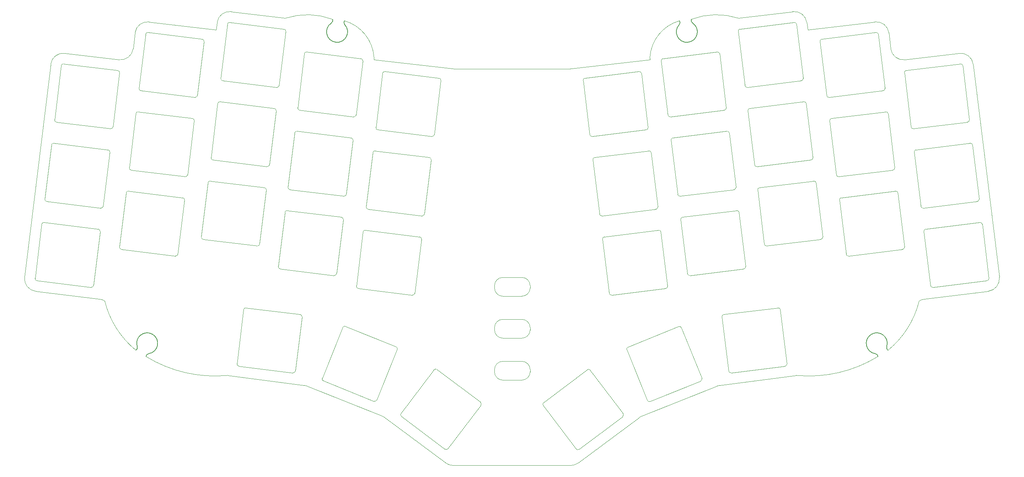
<source format=gbr>
%TF.GenerationSoftware,KiCad,Pcbnew,7.0.10-7.0.10~ubuntu22.04.1*%
%TF.CreationDate,2024-01-12T22:59:23+01:00*%
%TF.ProjectId,plate,706c6174-652e-46b6-9963-61645f706362,rev?*%
%TF.SameCoordinates,Original*%
%TF.FileFunction,Profile,NP*%
%FSLAX46Y46*%
G04 Gerber Fmt 4.6, Leading zero omitted, Abs format (unit mm)*
G04 Created by KiCad (PCBNEW 7.0.10-7.0.10~ubuntu22.04.1) date 2024-01-12 22:59:23*
%MOMM*%
%LPD*%
G01*
G04 APERTURE LIST*
%TA.AperFunction,Profile*%
%ADD10C,0.100000*%
%TD*%
%TA.AperFunction,Profile*%
%ADD11C,0.050000*%
%TD*%
%TA.AperFunction,Profile*%
%ADD12C,0.200000*%
%TD*%
G04 APERTURE END LIST*
D10*
X221123185Y-42529623D02*
X237100040Y-40590481D01*
D11*
X153000000Y-116000000D02*
G75*
G03*
X155000000Y-114000000I0J2000000D01*
G01*
D10*
X181640132Y-134533252D02*
G75*
G03*
X180956646Y-134916012I1111468J-2786348D01*
G01*
X166471674Y-145733320D02*
X180956646Y-134916012D01*
D11*
X153000000Y-106000000D02*
X148500000Y-106000000D01*
D10*
X264151278Y-104799163D02*
G75*
G03*
X266758824Y-101457078I-370278J2977163D01*
G01*
D11*
X146500000Y-114000000D02*
X146500000Y-113500000D01*
D10*
X204596993Y-39712617D02*
X217559507Y-38139333D01*
D12*
X107641182Y-40867625D02*
G75*
G03*
X107938884Y-39986294I-408482J628925D01*
G01*
D11*
X155000000Y-103500000D02*
X155000000Y-104000000D01*
X117804084Y-49081046D02*
G75*
G03*
X110746826Y-40326093I-9712984J-607654D01*
G01*
D12*
X190500700Y-41253032D02*
G75*
G03*
X190579543Y-40326092I-546800J513332D01*
G01*
D10*
X101853456Y-127419354D02*
X119686239Y-134533240D01*
X64226337Y-40590421D02*
G75*
G03*
X60887333Y-43202159I-361437J-2978179D01*
G01*
D11*
X146500000Y-114000000D02*
G75*
G03*
X148500000Y-116000000I2000000J0D01*
G01*
D10*
X244240344Y-49626393D02*
X257204559Y-48083031D01*
X57086020Y-49626439D02*
G75*
G03*
X60418197Y-47013893I354580J2979039D01*
G01*
D11*
X190579543Y-40326091D02*
G75*
G03*
X183522309Y-49081047I2655687J-9362549D01*
G01*
D12*
X107641190Y-40867638D02*
G75*
G03*
X110825700Y-41253003I1361870J-2096492D01*
G01*
D11*
X146500000Y-124000000D02*
X146500000Y-123500000D01*
X148500000Y-101500000D02*
X153000000Y-101500000D01*
D12*
X239928945Y-118002343D02*
G75*
G03*
X240246135Y-118876854I711655J-236657D01*
G01*
D10*
X240908142Y-47013895D02*
G75*
G03*
X244240344Y-49626392I2977558J366495D01*
G01*
X260536911Y-50697005D02*
X266758825Y-101457078D01*
X200197141Y-127230931D02*
X218384538Y-124862780D01*
D12*
X64126608Y-119687872D02*
G75*
G03*
X63486693Y-120363113I107092J-742328D01*
G01*
D11*
X153000000Y-126000000D02*
X148500000Y-126000000D01*
D10*
X220897370Y-40741508D02*
G75*
G03*
X217559507Y-38139334I-2976370J-375992D01*
G01*
D11*
X148500000Y-111500000D02*
X153000000Y-111500000D01*
D10*
X64226330Y-40590481D02*
X80203183Y-42529623D01*
D11*
X155000000Y-123500000D02*
X155000000Y-124000000D01*
X146500000Y-124000000D02*
G75*
G03*
X148500000Y-126000000I2000000J0D01*
G01*
D10*
X260536918Y-50697004D02*
G75*
G03*
X257204559Y-48083031I-2977718J-364996D01*
G01*
X220897318Y-40741515D02*
X221123185Y-42529623D01*
D11*
X155000000Y-103500000D02*
G75*
G03*
X153000000Y-101500000I-2000000J0D01*
G01*
X146500000Y-104000000D02*
G75*
G03*
X148500000Y-106000000I2000000J0D01*
G01*
X148500000Y-121500000D02*
G75*
G03*
X146500000Y-123500000I0J-2000000D01*
G01*
D10*
X164946933Y-51759294D02*
X183573185Y-49579626D01*
X136728120Y-51779627D02*
X164598248Y-51779623D01*
X136379435Y-51759288D02*
G75*
G03*
X136728120Y-51779627I348565J2976588D01*
G01*
D11*
X53659148Y-107122340D02*
G75*
G03*
X61080235Y-118876855I21364012J5268070D01*
G01*
D12*
X61080230Y-118876848D02*
G75*
G03*
X61397431Y-118002342I-394430J637848D01*
G01*
D11*
X240246148Y-118876870D02*
G75*
G03*
X247667222Y-107122339I-13942948J17022570D01*
G01*
D10*
X83766863Y-38139336D02*
G75*
G03*
X80429049Y-40741516I-361333J-2978314D01*
G01*
D11*
X153000000Y-126000000D02*
G75*
G03*
X155000000Y-124000000I0J2000000D01*
G01*
D12*
X193387487Y-39986295D02*
G75*
G03*
X193685181Y-40867634I706213J-252405D01*
G01*
D10*
X34567542Y-101457078D02*
X40789459Y-50697006D01*
X37175092Y-104799146D02*
X52455066Y-106699037D01*
X240439010Y-43202161D02*
G75*
G03*
X237100040Y-40590481I-2977510J-366439D01*
G01*
D11*
X153000000Y-106000000D02*
G75*
G03*
X155000000Y-104000000I0J2000000D01*
G01*
X107938873Y-39986324D02*
G75*
G03*
X96729377Y-39712620I-5992573J-15746476D01*
G01*
D12*
X237839653Y-120363114D02*
G75*
G03*
X237199755Y-119687920I-746953J-67086D01*
G01*
D10*
X53659146Y-107122341D02*
G75*
G03*
X52455066Y-106699038I-1574346J-2554059D01*
G01*
D11*
X155000000Y-113500000D02*
G75*
G03*
X153000000Y-111500000I-2000000J0D01*
G01*
D10*
X248871299Y-106699040D02*
X264151276Y-104799149D01*
X120369722Y-134916014D02*
G75*
G03*
X119686239Y-134533240I-1794622J-2402886D01*
G01*
D11*
X204596986Y-39712639D02*
G75*
G03*
X193387485Y-39986294I-5216986J-16020461D01*
G01*
D10*
X134854694Y-145733319D02*
G75*
G03*
X136649762Y-146329625I1795106J2403819D01*
G01*
D12*
X239928906Y-118002330D02*
G75*
G03*
X237199755Y-119687919I-2372306J788830D01*
G01*
D10*
X117753184Y-49579623D02*
X136379435Y-51759291D01*
X44121811Y-48083032D02*
G75*
G03*
X40789460Y-50697006I-354611J-2978998D01*
G01*
X181640129Y-134533244D02*
X199472915Y-127419356D01*
D11*
X155000000Y-123500000D02*
G75*
G03*
X153000000Y-121500000I-2000000J0D01*
G01*
X148500000Y-121500000D02*
X153000000Y-121500000D01*
D10*
X44121811Y-48083033D02*
X57086026Y-49626391D01*
D12*
X110746865Y-40326118D02*
G75*
G03*
X110825700Y-41253003I625635J-413582D01*
G01*
D10*
X200197140Y-127230924D02*
G75*
G03*
X199472915Y-127419356I387260J-2974376D01*
G01*
D12*
X190500668Y-41253002D02*
G75*
G03*
X193685181Y-40867636I1822642J-1711128D01*
G01*
D10*
X83766863Y-38139334D02*
X96729376Y-39712620D01*
X101853457Y-127419352D02*
G75*
G03*
X101129229Y-127230935I-1111657J-2786848D01*
G01*
X164676607Y-146329626D02*
G75*
G03*
X166471674Y-145733319I-7J3000026D01*
G01*
D12*
X64126609Y-119687878D02*
G75*
G03*
X61397431Y-118002342I-356909J2474378D01*
G01*
D10*
X248871301Y-106699060D02*
G75*
G03*
X247667221Y-107122340I369999J-2976740D01*
G01*
X183573185Y-49579626D02*
X183522309Y-49081047D01*
X136649762Y-146329625D02*
X164676607Y-146329623D01*
D11*
X155000000Y-113500000D02*
X155000000Y-114000000D01*
D10*
X117804060Y-49081047D02*
X117753184Y-49579623D01*
X240439034Y-43202158D02*
X240908172Y-47013891D01*
D11*
X148500000Y-111500000D02*
G75*
G03*
X146500000Y-113500000I0J-2000000D01*
G01*
D10*
X80203183Y-42529623D02*
X80429048Y-40741516D01*
D11*
X148500000Y-101500000D02*
G75*
G03*
X146500000Y-103500000I0J-2000000D01*
G01*
D10*
X164598248Y-51779623D02*
G75*
G03*
X164946933Y-51759293I52J2999523D01*
G01*
X82941832Y-124862781D02*
X101129229Y-127230934D01*
X60418198Y-47013893D02*
X60887332Y-43202159D01*
X120369722Y-134916015D02*
X134854696Y-145733316D01*
D11*
X146500000Y-104000000D02*
X146500000Y-103500000D01*
X153000000Y-116000000D02*
X148500000Y-116000000D01*
X63486697Y-120363109D02*
G75*
G03*
X82941832Y-124862780I16423403J26700809D01*
G01*
X218384539Y-124862765D02*
G75*
G03*
X237839676Y-120363112I3031761J31200465D01*
G01*
D10*
X34567589Y-101457084D02*
G75*
G03*
X37175092Y-104799145I2977811J-364916D01*
G01*
D11*
%TO.C,MX19*%
X240255103Y-62450106D02*
X241839405Y-75353206D01*
X241404066Y-75910413D02*
X228500966Y-77494715D01*
X226794796Y-63599069D02*
X239697896Y-62014767D01*
X227943759Y-77059376D02*
X226359457Y-64156276D01*
X241401187Y-75909642D02*
G75*
G03*
X241836524Y-75352435I-60936J496273D01*
G01*
X240255102Y-62450106D02*
G75*
G03*
X239697896Y-62014768I-496273J-60935D01*
G01*
X227943760Y-77059376D02*
G75*
G03*
X228500966Y-77494714I496272J60934D01*
G01*
X226794796Y-63599070D02*
G75*
G03*
X226359458Y-64156276I60934J-496272D01*
G01*
%TO.C,MX17*%
X202441475Y-67093034D02*
X204025777Y-79996134D01*
X203590438Y-80553341D02*
X190687338Y-82137643D01*
X188981168Y-68241997D02*
X201884268Y-66657695D01*
X190130131Y-81702304D02*
X188545829Y-68799204D01*
X203587559Y-80552570D02*
G75*
G03*
X204022896Y-79995363I-60936J496273D01*
G01*
X202441474Y-67093034D02*
G75*
G03*
X201884268Y-66657696I-496273J-60935D01*
G01*
X190130132Y-81702304D02*
G75*
G03*
X190687338Y-82137642I496272J60934D01*
G01*
X188981168Y-68241998D02*
G75*
G03*
X188545830Y-68799204I60934J-496272D01*
G01*
%TO.C,MX11*%
X54867132Y-71636203D02*
X53282830Y-84539303D01*
X52725623Y-84974642D02*
X39822523Y-83390340D01*
X41528693Y-69494694D02*
X54431793Y-71078996D01*
X39387184Y-82833133D02*
X40971486Y-69930033D01*
X52723015Y-84973197D02*
G75*
G03*
X53280223Y-84537859I60934J496274D01*
G01*
X54867131Y-71636203D02*
G75*
G03*
X54431793Y-71078997I-496273J60933D01*
G01*
X39387185Y-82833133D02*
G75*
G03*
X39822523Y-83390339I496272J-60934D01*
G01*
X41528693Y-69494695D02*
G75*
G03*
X40971487Y-69930033I-60934J-496272D01*
G01*
%TO.C,MX4*%
X115112495Y-49892391D02*
X113528193Y-62795491D01*
X112970986Y-63230830D02*
X100067886Y-61646528D01*
X101774056Y-47750882D02*
X114677156Y-49335184D01*
X99632547Y-61089321D02*
X101216849Y-48186221D01*
X112968378Y-63229385D02*
G75*
G03*
X113525586Y-62794047I60934J496274D01*
G01*
X115112494Y-49892391D02*
G75*
G03*
X114677156Y-49335185I-496273J60933D01*
G01*
X99632548Y-61089321D02*
G75*
G03*
X100067886Y-61646527I496272J-60934D01*
G01*
X101774056Y-47750883D02*
G75*
G03*
X101216850Y-48186221I-60934J-496272D01*
G01*
%TO.C,MX27*%
X204762941Y-85999848D02*
X206347243Y-98902948D01*
X205911904Y-99460155D02*
X193008804Y-101044457D01*
X191302634Y-87148811D02*
X204205734Y-85564509D01*
X192451597Y-100609118D02*
X190867295Y-87706018D01*
X205909025Y-99459384D02*
G75*
G03*
X206344362Y-98902177I-60936J496273D01*
G01*
X204762940Y-85999848D02*
G75*
G03*
X204205734Y-85564510I-496273J-60935D01*
G01*
X192451598Y-100609118D02*
G75*
G03*
X193008804Y-101044456I496272J60934D01*
G01*
X191302634Y-87148812D02*
G75*
G03*
X190867296Y-87706018I60934J-496272D01*
G01*
%TO.C,MX13*%
X94463097Y-61763148D02*
X92878795Y-74666248D01*
X92321588Y-75101587D02*
X79418488Y-73517285D01*
X81124658Y-59621639D02*
X94027758Y-61205941D01*
X78983149Y-72960078D02*
X80567451Y-60056978D01*
X92318980Y-75100142D02*
G75*
G03*
X92876188Y-74664804I60934J496274D01*
G01*
X94463096Y-61763148D02*
G75*
G03*
X94027758Y-61205942I-496273J60933D01*
G01*
X78983150Y-72960078D02*
G75*
G03*
X79418488Y-73517284I496272J-60934D01*
G01*
X81124658Y-59621640D02*
G75*
G03*
X80567452Y-60056978I-60934J-496272D01*
G01*
%TO.C,MX24*%
X110469564Y-87706018D02*
X108885262Y-100609118D01*
X108328055Y-101044457D02*
X95424955Y-99460155D01*
X97131125Y-85564509D02*
X110034225Y-87148811D01*
X94989616Y-98902948D02*
X96573918Y-85999848D01*
X108325447Y-101043012D02*
G75*
G03*
X108882655Y-100607674I60934J496274D01*
G01*
X110469563Y-87706018D02*
G75*
G03*
X110034225Y-87148812I-496273J60933D01*
G01*
X94989617Y-98902948D02*
G75*
G03*
X95424955Y-99460154I496272J-60934D01*
G01*
X97131125Y-85564510D02*
G75*
G03*
X96573919Y-85999848I-60934J-496272D01*
G01*
%TO.C,MX34*%
X169296697Y-123589454D02*
X177120292Y-133971716D01*
X177021882Y-134671941D02*
X166639620Y-142495536D01*
X158214210Y-131314639D02*
X168596472Y-123491044D01*
X165939395Y-142397126D02*
X158115800Y-132014864D01*
X177019002Y-134672712D02*
G75*
G03*
X177117412Y-133972488I-300908J399317D01*
G01*
X169296696Y-123589455D02*
G75*
G03*
X168596472Y-123491045I-399317J-300908D01*
G01*
X165939396Y-142397125D02*
G75*
G03*
X166639619Y-142495535I399317J300907D01*
G01*
X158214211Y-131314640D02*
G75*
G03*
X158115801Y-132014863I300907J-399317D01*
G01*
%TO.C,MX32*%
X123313160Y-118701592D02*
X118443274Y-130754982D01*
X117792379Y-131031271D02*
X105738989Y-126161385D01*
X110983481Y-113180811D02*
X123036871Y-118050697D01*
X105462700Y-125510490D02*
X110332586Y-113457100D01*
X117790235Y-131029199D02*
G75*
G03*
X118441128Y-130752912I187302J463592D01*
G01*
X123313159Y-118701592D02*
G75*
G03*
X123036871Y-118050697I-463592J187303D01*
G01*
X105462701Y-125510490D02*
G75*
G03*
X105738989Y-126161384I463591J-187303D01*
G01*
X110983481Y-113180812D02*
G75*
G03*
X110332587Y-113457100I-187303J-463591D01*
G01*
%TO.C,MX35*%
X191024389Y-113507243D02*
X195894275Y-125560633D01*
X195617986Y-126211528D02*
X183564596Y-131081414D01*
X178320104Y-118100840D02*
X190373494Y-113230954D01*
X182913701Y-130805125D02*
X178043815Y-118751735D01*
X195615005Y-126211528D02*
G75*
G03*
X195891294Y-125560634I-187304J463592D01*
G01*
X191024389Y-113507243D02*
G75*
G03*
X190373494Y-113230955I-463592J-187304D01*
G01*
X182913702Y-130805125D02*
G75*
G03*
X183564596Y-131081413I463591J187303D01*
G01*
X178320104Y-118100841D02*
G75*
G03*
X178043816Y-118751735I187303J-463591D01*
G01*
%TO.C,MX29*%
X242576568Y-81356921D02*
X244160870Y-94260021D01*
X243725531Y-94817228D02*
X230822431Y-96401530D01*
X229116261Y-82505884D02*
X242019361Y-80921582D01*
X230265224Y-95966191D02*
X228680922Y-83063091D01*
X243722652Y-94816457D02*
G75*
G03*
X244157989Y-94259250I-60936J496273D01*
G01*
X242576567Y-81356921D02*
G75*
G03*
X242019361Y-80921583I-496273J-60935D01*
G01*
X230265225Y-95966191D02*
G75*
G03*
X230822431Y-96401529I496272J60934D01*
G01*
X229116261Y-82505885D02*
G75*
G03*
X228680923Y-83063091I60934J-496272D01*
G01*
%TO.C,MX20*%
X260365375Y-69930033D02*
X261949677Y-82833133D01*
X261514338Y-83390340D02*
X248611238Y-84974642D01*
X246905068Y-71078996D02*
X259808168Y-69494694D01*
X248054031Y-84539303D02*
X246469729Y-71636203D01*
X261511459Y-83389569D02*
G75*
G03*
X261946796Y-82832362I-60936J496273D01*
G01*
X260365374Y-69930033D02*
G75*
G03*
X259808168Y-69494695I-496273J-60935D01*
G01*
X248054032Y-84539303D02*
G75*
G03*
X248611238Y-84974641I496272J60934D01*
G01*
X246905068Y-71078997D02*
G75*
G03*
X246469730Y-71636203I60934J-496272D01*
G01*
%TO.C,MX5*%
X133729869Y-54571154D02*
X132145567Y-67474254D01*
X131588360Y-67909593D02*
X118685260Y-66325291D01*
X120391430Y-52429645D02*
X133294530Y-54013947D01*
X118249921Y-65768084D02*
X119834223Y-52864984D01*
X131585752Y-67908148D02*
G75*
G03*
X132142960Y-67472810I60934J496274D01*
G01*
X133729868Y-54571154D02*
G75*
G03*
X133294530Y-54013948I-496273J60933D01*
G01*
X118249922Y-65768084D02*
G75*
G03*
X118685260Y-66325290I496272J-60934D01*
G01*
X120391430Y-52429646D02*
G75*
G03*
X119834224Y-52864984I-60934J-496272D01*
G01*
%TO.C,MX14*%
X112791029Y-68799204D02*
X111206727Y-81702304D01*
X110649520Y-82137643D02*
X97746420Y-80553341D01*
X99452590Y-66657695D02*
X112355690Y-68241997D01*
X97311081Y-79996134D02*
X98895383Y-67093034D01*
X110646912Y-82136198D02*
G75*
G03*
X111204120Y-81700860I60934J496274D01*
G01*
X112791028Y-68799204D02*
G75*
G03*
X112355690Y-68241998I-496273J60933D01*
G01*
X97311082Y-79996134D02*
G75*
G03*
X97746420Y-80553340I496272J-60934D01*
G01*
X99452590Y-66657696D02*
G75*
G03*
X98895384Y-67093034I-60934J-496272D01*
G01*
%TO.C,MX28*%
X223090870Y-78963794D02*
X224675172Y-91866894D01*
X224239833Y-92424101D02*
X211336733Y-94008403D01*
X209630563Y-80112757D02*
X222533663Y-78528455D01*
X210779526Y-93573064D02*
X209195224Y-80669964D01*
X224236954Y-92423330D02*
G75*
G03*
X224672291Y-91866123I-60936J496273D01*
G01*
X223090869Y-78963794D02*
G75*
G03*
X222533663Y-78528456I-496273J-60935D01*
G01*
X210779527Y-93573064D02*
G75*
G03*
X211336733Y-94008402I496272J60934D01*
G01*
X209630563Y-80112758D02*
G75*
G03*
X209195225Y-80669964I60934J-496272D01*
G01*
%TO.C,MX23*%
X92141633Y-80669960D02*
X90557331Y-93573060D01*
X90000124Y-94008399D02*
X77097024Y-92424097D01*
X78803194Y-78528451D02*
X91706294Y-80112753D01*
X76661685Y-91866890D02*
X78245987Y-78963790D01*
X89997516Y-94006954D02*
G75*
G03*
X90554724Y-93571616I60934J496274D01*
G01*
X92141632Y-80669960D02*
G75*
G03*
X91706294Y-80112754I-496273J60933D01*
G01*
X76661686Y-91866890D02*
G75*
G03*
X77097024Y-92424096I496272J-60934D01*
G01*
X78803194Y-78528452D02*
G75*
G03*
X78245988Y-78963790I-60934J-496272D01*
G01*
%TO.C,MX7*%
X200120011Y-48186221D02*
X201704313Y-61089321D01*
X201268974Y-61646528D02*
X188365874Y-63230830D01*
X186659704Y-49335184D02*
X199562804Y-47750882D01*
X187808667Y-62795491D02*
X186224365Y-49892391D01*
X201266095Y-61645757D02*
G75*
G03*
X201701432Y-61088550I-60936J496273D01*
G01*
X200120010Y-48186221D02*
G75*
G03*
X199562804Y-47750883I-496273J-60935D01*
G01*
X187808668Y-62795491D02*
G75*
G03*
X188365874Y-63230829I496272J60934D01*
G01*
X186659704Y-49335185D02*
G75*
G03*
X186224366Y-49892391I60934J-496272D01*
G01*
%TO.C,MX15*%
X131408406Y-73477967D02*
X129824104Y-86381067D01*
X129266897Y-86816406D02*
X116363797Y-85232104D01*
X118069967Y-71336458D02*
X130973067Y-72920760D01*
X115928458Y-84674897D02*
X117512760Y-71771797D01*
X129264289Y-86814961D02*
G75*
G03*
X129821497Y-86379623I60934J496274D01*
G01*
X131408405Y-73477967D02*
G75*
G03*
X130973067Y-72920761I-496273J60933D01*
G01*
X115928459Y-84674897D02*
G75*
G03*
X116363797Y-85232103I496272J-60934D01*
G01*
X118069967Y-71336459D02*
G75*
G03*
X117512761Y-71771797I-60934J-496272D01*
G01*
%TO.C,MX26*%
X186145566Y-90678611D02*
X187729868Y-103581711D01*
X187294529Y-104138918D02*
X174391429Y-105723220D01*
X172685259Y-91827574D02*
X185588359Y-90243272D01*
X173834222Y-105287881D02*
X172249920Y-92384781D01*
X187291650Y-104138147D02*
G75*
G03*
X187726987Y-103580940I-60936J496273D01*
G01*
X186145565Y-90678611D02*
G75*
G03*
X185588359Y-90243273I-496273J-60935D01*
G01*
X173834223Y-105287881D02*
G75*
G03*
X174391429Y-105723219I496272J60934D01*
G01*
X172685259Y-91827575D02*
G75*
G03*
X172249921Y-92384781I60934J-496272D01*
G01*
%TO.C,MX2*%
X77298871Y-45249463D02*
X75714569Y-58152563D01*
X75157362Y-58587902D02*
X62254262Y-57003600D01*
X63960432Y-43107954D02*
X76863532Y-44692256D01*
X61818923Y-56446393D02*
X63403225Y-43543293D01*
X75154754Y-58586457D02*
G75*
G03*
X75711962Y-58151119I60934J496274D01*
G01*
X77298870Y-45249463D02*
G75*
G03*
X76863532Y-44692257I-496273J60933D01*
G01*
X61818924Y-56446393D02*
G75*
G03*
X62254262Y-57003599I496272J-60934D01*
G01*
X63960432Y-43107955D02*
G75*
G03*
X63403226Y-43543293I-60934J-496272D01*
G01*
%TO.C,MX6*%
X181502635Y-52864985D02*
X183086937Y-65768085D01*
X182651598Y-66325292D02*
X169748498Y-67909594D01*
X168042328Y-54013948D02*
X180945428Y-52429646D01*
X169191291Y-67474255D02*
X167606989Y-54571155D01*
X182648719Y-66324521D02*
G75*
G03*
X183084056Y-65767314I-60936J496273D01*
G01*
X181502634Y-52864985D02*
G75*
G03*
X180945428Y-52429647I-496273J-60935D01*
G01*
X169191292Y-67474255D02*
G75*
G03*
X169748498Y-67909593I496272J60934D01*
G01*
X168042328Y-54013949D02*
G75*
G03*
X167606990Y-54571155I60934J-496272D01*
G01*
%TO.C,MX1*%
X57188597Y-52729390D02*
X55604295Y-65632490D01*
X55047088Y-66067829D02*
X42143988Y-64483527D01*
X43850158Y-50587881D02*
X56753258Y-52172183D01*
X41708649Y-63926320D02*
X43292951Y-51023220D01*
X55044480Y-66066384D02*
G75*
G03*
X55601688Y-65631046I60934J496274D01*
G01*
X57188596Y-52729390D02*
G75*
G03*
X56753258Y-52172184I-496273J60933D01*
G01*
X41708650Y-63926320D02*
G75*
G03*
X42143988Y-64483526I496272J-60934D01*
G01*
X43850158Y-50587882D02*
G75*
G03*
X43292952Y-51023220I-60934J-496272D01*
G01*
%TO.C,MX18*%
X220769408Y-60056977D02*
X222353710Y-72960077D01*
X221918371Y-73517284D02*
X209015271Y-75101586D01*
X207309101Y-61205940D02*
X220212201Y-59621638D01*
X208458064Y-74666247D02*
X206873762Y-61763147D01*
X221915492Y-73516513D02*
G75*
G03*
X222350829Y-72959306I-60936J496273D01*
G01*
X220769407Y-60056977D02*
G75*
G03*
X220212201Y-59621639I-496273J-60935D01*
G01*
X208458065Y-74666247D02*
G75*
G03*
X209015271Y-75101585I496272J60934D01*
G01*
X207309101Y-61205941D02*
G75*
G03*
X206873763Y-61763147I60934J-496272D01*
G01*
%TO.C,MX21*%
X52545665Y-90543016D02*
X50961363Y-103446116D01*
X50404156Y-103881455D02*
X37501056Y-102297153D01*
X39207226Y-88401507D02*
X52110326Y-89985809D01*
X37065717Y-101739946D02*
X38650019Y-88836846D01*
X50401548Y-103880010D02*
G75*
G03*
X50958756Y-103444672I60934J496274D01*
G01*
X52545664Y-90543016D02*
G75*
G03*
X52110326Y-89985810I-496273J60933D01*
G01*
X37065718Y-101739946D02*
G75*
G03*
X37501056Y-102297152I496272J-60934D01*
G01*
X39207226Y-88401508D02*
G75*
G03*
X38650020Y-88836846I-60934J-496272D01*
G01*
%TO.C,MX8*%
X218447945Y-41150163D02*
X220032247Y-54053263D01*
X219596908Y-54610470D02*
X206693808Y-56194772D01*
X204987638Y-42299126D02*
X217890738Y-40714824D01*
X206136601Y-55759433D02*
X204552299Y-42856333D01*
X219594029Y-54609699D02*
G75*
G03*
X220029366Y-54052492I-60936J496273D01*
G01*
X218447944Y-41150163D02*
G75*
G03*
X217890738Y-40714825I-496273J-60935D01*
G01*
X206136602Y-55759433D02*
G75*
G03*
X206693808Y-56194771I496272J60934D01*
G01*
X204987638Y-42299127D02*
G75*
G03*
X204552300Y-42856333I60934J-496272D01*
G01*
%TO.C,MX16*%
X183824100Y-71771798D02*
X185408402Y-84674898D01*
X184973063Y-85232105D02*
X172069963Y-86816407D01*
X170363793Y-72920761D02*
X183266893Y-71336459D01*
X171512756Y-86381068D02*
X169928454Y-73477968D01*
X184970184Y-85231334D02*
G75*
G03*
X185405521Y-84674127I-60936J496273D01*
G01*
X183824099Y-71771798D02*
G75*
G03*
X183266893Y-71336460I-496273J-60935D01*
G01*
X171512757Y-86381068D02*
G75*
G03*
X172069963Y-86816406I496272J60934D01*
G01*
X170363793Y-72920762D02*
G75*
G03*
X169928455Y-73477968I60934J-496272D01*
G01*
%TO.C,MX31*%
X100644210Y-110900187D02*
X99059908Y-123803287D01*
X98502701Y-124238626D02*
X85599601Y-122654324D01*
X87305771Y-108758678D02*
X100208871Y-110342980D01*
X85164262Y-122097117D02*
X86748564Y-109194017D01*
X98500093Y-124237181D02*
G75*
G03*
X99057301Y-123801843I60934J496274D01*
G01*
X100644209Y-110900187D02*
G75*
G03*
X100208871Y-110342981I-496273J60933D01*
G01*
X85164263Y-122097117D02*
G75*
G03*
X85599601Y-122654323I496272J-60934D01*
G01*
X87305771Y-108758679D02*
G75*
G03*
X86748565Y-109194017I-60934J-496272D01*
G01*
%TO.C,MX30*%
X262686839Y-88836847D02*
X264271141Y-101739947D01*
X263835802Y-102297154D02*
X250932702Y-103881456D01*
X249226532Y-89985810D02*
X262129632Y-88401508D01*
X250375495Y-103446117D02*
X248791193Y-90543017D01*
X263832923Y-102296383D02*
G75*
G03*
X264268260Y-101739176I-60936J496273D01*
G01*
X262686838Y-88836847D02*
G75*
G03*
X262129632Y-88401509I-496273J-60935D01*
G01*
X250375496Y-103446117D02*
G75*
G03*
X250932702Y-103881455I496272J60934D01*
G01*
X249226532Y-89985811D02*
G75*
G03*
X248791194Y-90543017I60934J-496272D01*
G01*
%TO.C,MX10*%
X258043911Y-51023220D02*
X259628213Y-63926320D01*
X259192874Y-64483527D02*
X246289774Y-66067829D01*
X244583604Y-52172183D02*
X257486704Y-50587881D01*
X245732567Y-65632490D02*
X244148265Y-52729390D01*
X259189995Y-64482756D02*
G75*
G03*
X259625332Y-63925549I-60936J496273D01*
G01*
X258043910Y-51023220D02*
G75*
G03*
X257486704Y-50587882I-496273J-60935D01*
G01*
X245732568Y-65632490D02*
G75*
G03*
X246289774Y-66067828I496272J60934D01*
G01*
X244583604Y-52172184D02*
G75*
G03*
X244148266Y-52729390I60934J-496272D01*
G01*
%TO.C,MX9*%
X237933637Y-43543293D02*
X239517939Y-56446393D01*
X239082600Y-57003600D02*
X226179500Y-58587902D01*
X224473330Y-44692256D02*
X237376430Y-43107954D01*
X225622293Y-58152563D02*
X224037991Y-45249463D01*
X239079721Y-57002829D02*
G75*
G03*
X239515058Y-56445622I-60936J496273D01*
G01*
X237933636Y-43543293D02*
G75*
G03*
X237376430Y-43107955I-496273J-60935D01*
G01*
X225622294Y-58152563D02*
G75*
G03*
X226179500Y-58587901I496272J60934D01*
G01*
X224473330Y-44692257D02*
G75*
G03*
X224037992Y-45249463I60934J-496272D01*
G01*
%TO.C,MX33*%
X143240901Y-131965022D02*
X135417306Y-142347284D01*
X134717081Y-142445694D02*
X124334819Y-134622099D01*
X132760229Y-123441202D02*
X143142491Y-131264797D01*
X124236409Y-133921874D02*
X132060004Y-123539612D01*
X134715545Y-142443140D02*
G75*
G03*
X135415770Y-142344729I300907J399320D01*
G01*
X143240901Y-131965022D02*
G75*
G03*
X143142491Y-131264797I-399319J300907D01*
G01*
X124236409Y-133921874D02*
G75*
G03*
X124334819Y-134622099I399318J-300907D01*
G01*
X132760229Y-123441202D02*
G75*
G03*
X132060004Y-123539612I-300907J-399318D01*
G01*
%TO.C,MX36*%
X214588298Y-109194017D02*
X216172600Y-122097117D01*
X215737261Y-122654324D02*
X202834161Y-124238626D01*
X201127991Y-110342980D02*
X214031091Y-108758678D01*
X202276954Y-123803287D02*
X200692652Y-110900187D01*
X215734382Y-122653553D02*
G75*
G03*
X216169719Y-122096346I-60936J496273D01*
G01*
X214588297Y-109194017D02*
G75*
G03*
X214031091Y-108758679I-496273J-60935D01*
G01*
X202276955Y-123803287D02*
G75*
G03*
X202834161Y-124238625I496272J60934D01*
G01*
X201127991Y-110342981D02*
G75*
G03*
X200692653Y-110900187I60934J-496272D01*
G01*
%TO.C,MX12*%
X74977404Y-64156277D02*
X73393102Y-77059377D01*
X72835895Y-77494716D02*
X59932795Y-75910414D01*
X61638965Y-62014768D02*
X74542065Y-63599070D01*
X59497456Y-75353207D02*
X61081758Y-62450107D01*
X72833287Y-77493271D02*
G75*
G03*
X73390495Y-77057933I60934J496274D01*
G01*
X74977403Y-64156277D02*
G75*
G03*
X74542065Y-63599071I-496273J60933D01*
G01*
X59497457Y-75353207D02*
G75*
G03*
X59932795Y-75910413I496272J-60934D01*
G01*
X61638965Y-62014769D02*
G75*
G03*
X61081759Y-62450107I-60934J-496272D01*
G01*
%TO.C,MX25*%
X129086938Y-92384780D02*
X127502636Y-105287880D01*
X126945429Y-105723219D02*
X114042329Y-104138917D01*
X115748499Y-90243271D02*
X128651599Y-91827573D01*
X113606990Y-103581710D02*
X115191292Y-90678610D01*
X126942821Y-105721774D02*
G75*
G03*
X127500029Y-105286436I60934J496274D01*
G01*
X129086937Y-92384780D02*
G75*
G03*
X128651599Y-91827574I-496273J60933D01*
G01*
X113606991Y-103581710D02*
G75*
G03*
X114042329Y-104138916I496272J-60934D01*
G01*
X115748499Y-90243272D02*
G75*
G03*
X115191293Y-90678610I-60934J-496272D01*
G01*
%TO.C,MX22*%
X72655940Y-83063089D02*
X71071638Y-95966189D01*
X70514431Y-96401528D02*
X57611331Y-94817226D01*
X59317501Y-80921580D02*
X72220601Y-82505882D01*
X57175992Y-94260019D02*
X58760294Y-81356919D01*
X70511823Y-96400083D02*
G75*
G03*
X71069031Y-95964745I60934J496274D01*
G01*
X72655939Y-83063089D02*
G75*
G03*
X72220601Y-82505883I-496273J60933D01*
G01*
X57175993Y-94260019D02*
G75*
G03*
X57611331Y-94817225I496272J-60934D01*
G01*
X59317501Y-80921581D02*
G75*
G03*
X58760295Y-81356919I-60934J-496272D01*
G01*
%TO.C,MX3*%
X96784561Y-42856333D02*
X95200259Y-55759433D01*
X94643052Y-56194772D02*
X81739952Y-54610470D01*
X83446122Y-40714824D02*
X96349222Y-42299126D01*
X81304613Y-54053263D02*
X82888915Y-41150163D01*
X94640444Y-56193327D02*
G75*
G03*
X95197652Y-55757989I60934J496274D01*
G01*
X96784560Y-42856333D02*
G75*
G03*
X96349222Y-42299127I-496273J60933D01*
G01*
X81304614Y-54053263D02*
G75*
G03*
X81739952Y-54610469I496272J-60934D01*
G01*
X83446122Y-40714825D02*
G75*
G03*
X82888916Y-41150163I-60934J-496272D01*
G01*
%TD*%
M02*

</source>
